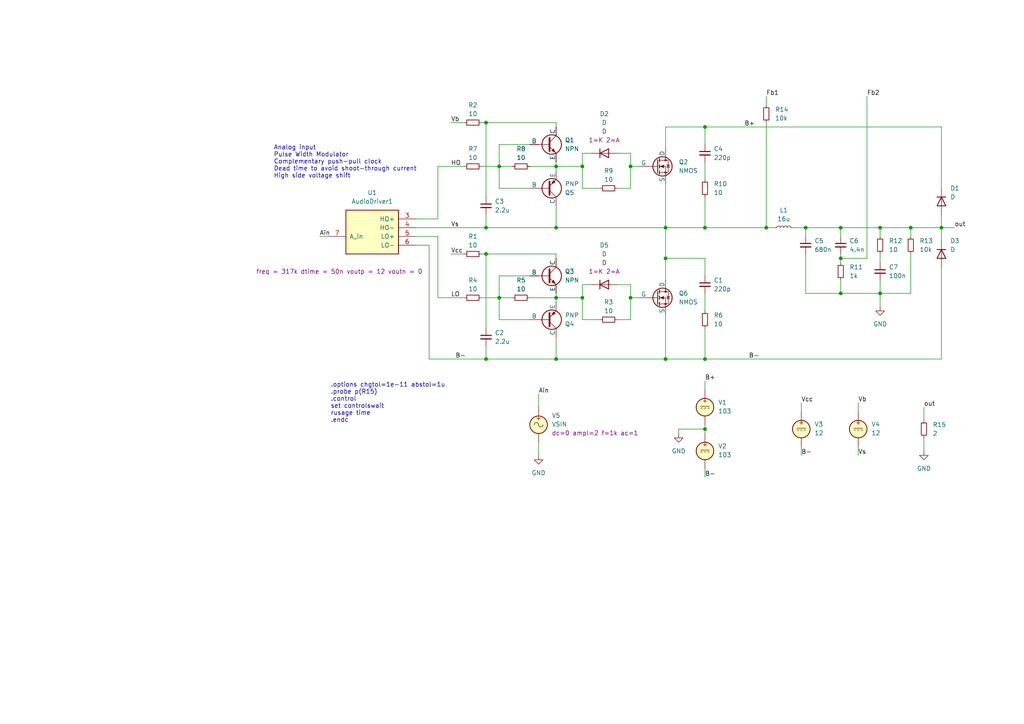
<source format=kicad_sch>
(kicad_sch (version 20241209) (generator "eeschema") (generator_version "9.0")
  (paper "A4")
  (title_block (title "2.5 kW Class-D Audio amplifier") (company "Holger Vogt") (comment 2 "REF_IRS2461S_5KW-UserManual-v01_00-EN.pdf") (comment 3 "https://www.infineon.com/dgdl/Infineon-Class_D_audio_reference_board_") (comment 4 "Circuit idea:"))
  (lib_symbols
    (symbol "AudioDriver:AudioDriver1" (pin_names (offset 1.016))
      (property "Reference" "U" (at -7.62 8.89 0))
      (property "Value" "AudioDriver1" (at -7.62 -8.89 0))
      (symbol "AudioDriver1_1_0"
        (pin input line (at -12.7 -2.54 0) (length 5.08) (name "A_in") (number "7"))
        (pin output line (at 12.7 2.54 180) (length 5.08) (name "HO+") (number "3"))
        (pin output line (at 12.7 0 180) (length 5.08) (name "HO-") (number "4"))
        (pin output line (at 12.7 -2.54 180) (length 5.08) (name "LO+") (number "5"))
        (pin output line (at 12.7 -5.08 180) (length 5.08) (name "LO-") (number "6"))
      )
      (symbol "AudioDriver1_1_1"
        (rectangle (start -7.62 5.08) (end 7.62 -7.62) (stroke (width 0.254)) (fill (type background)))
      )
    )
    (symbol "Device:C_Small" (pin_numbers (hide yes)) (pin_names (offset 0.254) (hide yes))
      (property "Reference" "C" (at 0.254 1.778 0))
      (property "Value" "C_Small" (at 0.254 -2.032 0))
      (symbol "C_Small_0_1"
        (polyline (pts (xy -1.524 0.508) (xy 1.524 0.508)) (stroke (width 0.3048)))
        (polyline (pts (xy -1.524 -0.508) (xy 1.524 -0.508)) (stroke (width 0.3302)))
      )
      (symbol "C_Small_1_1"
        (pin passive line (at 0 2.54 270) (length 2.032) (name "~") (number "1"))
        (pin passive line (at 0 -2.54 90) (length 2.032) (name "~") (number "2"))
      )
    )
    (symbol "Device:L_Small" (pin_numbers (hide yes)) (pin_names (offset 0.254) (hide yes))
      (property "Reference" "L" (at 0.762 1.016 0))
      (property "Value" "L_Small" (at 0.762 -1.016 0))
      (symbol "L_Small_0_1"
        (arc (start 0 2.032) (mid 0.5058 1.524) (end 0 1.016))
        (arc (start 0 1.016) (mid 0.5058 0.508) (end 0 0))
        (arc (start 0 0) (mid 0.5058 -0.508) (end 0 -1.016))
        (arc (start 0 -1.016) (mid 0.5058 -1.524) (end 0 -2.032))
      )
      (symbol "L_Small_1_1"
        (pin passive line (at 0 2.54 270) (length 0.508) (name "~") (number "1"))
        (pin passive line (at 0 -2.54 90) (length 0.508) (name "~") (number "2"))
      )
    )
    (symbol "Device:R_Small" (pin_numbers (hide yes)) (pin_names (offset 0.254) (hide yes))
      (property "Reference" "R" (at 0.762 0.508 0))
      (property "Value" "R_Small" (at 0.762 -1.016 0))
      (symbol "R_Small_0_1"
        (rectangle (start -0.762 1.778) (end 0.762 -1.778) (stroke (width 0.2032)))
      )
      (symbol "R_Small_1_1"
        (pin passive line (at 0 2.54 270) (length 0.762) (name "~") (number "1"))
        (pin passive line (at 0 -2.54 90) (length 0.762) (name "~") (number "2"))
      )
    )
    (symbol "Simulation_SPICE:D" (pin_numbers (hide yes)) (pin_names (offset 1.016) (hide yes))
      (property "Reference" "D" (at 0 2.54 0))
      (property "Value" "D" (at 0 -2.54 0))
      (property "Sim.Device" "D" (at 0 0 0))
      (property "Sim.Pins" "1=K 2=A" (at 0 0 0))
      (symbol "D_0_1"
        (polyline (pts (xy -1.27 1.27) (xy -1.27 -1.27)) (stroke (width 0.254)))
        (polyline (pts (xy 1.27 1.27) (xy 1.27 -1.27) (xy -1.27 0) (xy 1.27 1.27)) (stroke (width 0.254)))
        (polyline (pts (xy 1.27 0) (xy -1.27 0)))
      )
      (symbol "D_1_1"
        (pin passive line (at -3.81 0 0) (length 2.54) (name "K") (number "1"))
        (pin passive line (at 3.81 0 180) (length 2.54) (name "A") (number "2"))
      )
    )
    (symbol "Simulation_SPICE:NMOS" (pin_numbers (hide yes)) (pin_names (offset 0))
      (property "Reference" "Q" (at 5.08 1.27 0))
      (property "Value" "NMOS" (at 5.08 -1.27 0))
      (symbol "NMOS_0_1"
        (polyline (pts (xy 0.254 1.905) (xy 0.254 -1.905)) (stroke (width 0.254)))
        (polyline (pts (xy 0.254 0) (xy -2.54 0)))
        (polyline (pts (xy 0.762 2.286) (xy 0.762 1.27)) (stroke (width 0.254)))
        (polyline (pts (xy 0.762 0.508) (xy 0.762 -0.508)) (stroke (width 0.254)))
        (polyline (pts (xy 0.762 -1.27) (xy 0.762 -2.286)) (stroke (width 0.254)))
        (polyline (pts (xy 0.762 -1.778) (xy 3.302 -1.778) (xy 3.302 1.778) (xy 0.762 1.778)))
        (polyline (pts (xy 1.016 0) (xy 2.032 0.381) (xy 2.032 -0.381) (xy 1.016 0)) (fill (type outline)))
        (circle (center 1.651 0) (radius 2.794) (stroke (width 0.254)))
        (polyline (pts (xy 2.54 2.54) (xy 2.54 1.778)))
        (circle (center 2.54 1.778) (radius 0.254) (fill (type outline)))
        (circle (center 2.54 -1.778) (radius 0.254) (fill (type outline)))
        (polyline (pts (xy 2.54 -2.54) (xy 2.54 0) (xy 0.762 0)))
        (polyline (pts (xy 2.794 0.508) (xy 2.921 0.381) (xy 3.683 0.381) (xy 3.81 0.254)))
        (polyline (pts (xy 3.302 0.381) (xy 2.921 -0.254) (xy 3.683 -0.254) (xy 3.302 0.381)))
      )
      (symbol "NMOS_1_1"
        (pin input line (at -5.08 0 0) (length 2.54) (name "G") (number "2"))
        (pin passive line (at 2.54 5.08 270) (length 2.54) (name "D") (number "1"))
        (pin passive line (at 2.54 -5.08 90) (length 2.54) (name "S") (number "3"))
      )
    )
    (symbol "Simulation_SPICE:NPN" (pin_numbers (hide yes)) (pin_names (offset 0))
      (property "Reference" "Q" (at -2.54 7.62 0))
      (property "Value" "NPN" (at -2.54 5.08 0))
      (symbol "NPN_0_1"
        (polyline (pts (xy -2.54 0) (xy 0.635 0)) (stroke (width 0.1524)))
        (polyline (pts (xy 0.635 1.905) (xy 0.635 -1.905) (xy 0.635 -1.905)) (stroke (width 0.508)))
        (polyline (pts (xy 0.635 0.635) (xy 2.54 2.54)))
        (polyline (pts (xy 0.635 -0.635) (xy 2.54 -2.54) (xy 2.54 -2.54)))
        (circle (center 1.27 0) (radius 2.8194) (stroke (width 0.254)))
        (polyline (pts (xy 1.27 -1.778) (xy 1.778 -1.27) (xy 2.286 -2.286) (xy 1.27 -1.778) (xy 1.27 -1.778)) (fill (type outline)))
        (polyline (pts (xy 2.794 -1.27) (xy 2.794 -1.27)) (stroke (width 0.1524)))
        (polyline (pts (xy 2.794 -1.27) (xy 2.794 -1.27)) (stroke (width 0.1524)))
      )
      (symbol "NPN_1_1"
        (pin input line (at -5.08 0 0) (length 2.54) (name "B") (number "2"))
        (pin open_collector line (at 2.54 5.08 270) (length 2.54) (name "C") (number "1"))
        (pin open_emitter line (at 2.54 -5.08 90) (length 2.54) (name "E") (number "3"))
      )
    )
    (symbol "Simulation_SPICE:PNP" (pin_numbers (hide yes)) (pin_names (offset 0))
      (property "Reference" "Q" (at -2.54 7.62 0))
      (property "Value" "PNP" (at -2.54 5.08 0))
      (symbol "PNP_0_1"
        (polyline (pts (xy -2.54 0) (xy 0.635 0)) (stroke (width 0.1524)))
        (polyline (pts (xy 0.635 1.905) (xy 0.635 -1.905) (xy 0.635 -1.905)) (stroke (width 0.508)))
        (polyline (pts (xy 0.635 0.635) (xy 2.54 2.54)))
        (polyline (pts (xy 0.635 -0.635) (xy 2.54 -2.54) (xy 2.54 -2.54)))
        (circle (center 1.27 0) (radius 2.8194) (stroke (width 0.254)))
        (polyline (pts (xy 2.286 -1.778) (xy 1.778 -2.286) (xy 1.27 -1.27) (xy 2.286 -1.778) (xy 2.286 -1.778)) (fill (type outline)))
      )
      (symbol "PNP_1_1"
        (pin input line (at -5.08 0 0) (length 2.54) (name "B") (number "2"))
        (pin open_collector line (at 2.54 5.08 270) (length 2.54) (name "C") (number "1"))
        (pin open_emitter line (at 2.54 -5.08 90) (length 2.54) (name "E") (number "3"))
      )
    )
    (symbol "Simulation_SPICE:VDC" (pin_numbers (hide yes)) (pin_names (offset 0.0254))
      (property "Reference" "V" (at 2.54 2.54 0))
      (property "Value" "1" (at 2.54 0 0))
      (symbol "VDC_0_0"
        (polyline (pts (xy -1.27 0.254) (xy 1.27 0.254)))
        (polyline (pts (xy -0.762 -0.254) (xy -1.27 -0.254)))
        (polyline (pts (xy 0.254 -0.254) (xy -0.254 -0.254)))
        (polyline (pts (xy 1.27 -0.254) (xy 0.762 -0.254)))
        (text "+" (at 0 1.905 0) (effects (font (size 1.27 1.27))))
      )
      (symbol "VDC_0_1"
        (circle (center 0 0) (radius 2.54) (stroke (width 0.254)) (fill (type background)))
      )
      (symbol "VDC_1_1"
        (pin passive line (at 0 5.08 270) (length 2.54) (name "~") (number "1"))
        (pin passive line (at 0 -5.08 90) (length 2.54) (name "~") (number "2"))
      )
    )
    (symbol "Simulation_SPICE:VSIN" (pin_numbers (hide yes)) (pin_names (offset 0.0254))
      (property "Reference" "V" (at 2.54 2.54 0))
      (property "Value" "VSIN" (at 2.54 0 0))
      (property "Sim.Params" "dc=0 ampl=1 f=1k ac=1" (at 2.54 -2.54 0))
      (symbol "VSIN_0_0"
        (arc (start -1.27 0) (mid -0.635 0.6323) (end 0 0))
        (arc (start 1.27 0) (mid 0.635 -0.6323) (end 0 0))
        (text "+" (at 0 1.905 0) (effects (font (size 1.27 1.27))))
      )
      (symbol "VSIN_0_1"
        (circle (center 0 0) (radius 2.54) (stroke (width 0.254)) (fill (type background)))
      )
      (symbol "VSIN_1_1"
        (pin passive line (at 0 5.08 270) (length 2.54) (name "~") (number "1"))
        (pin passive line (at 0 -5.08 90) (length 2.54) (name "~") (number "2"))
      )
    )
    (symbol "power:GND" (power) (pin_names (offset 0))
      (property "Value" "GND" (at 0 -3.81 0))
      (symbol "GND_0_1"
        (polyline (pts (xy 0 0) (xy 0 -1.27) (xy 1.27 -1.27) (xy 0 -2.54) (xy -1.27 -1.27) (xy 0 -1.27)))
      )
      (symbol "GND_1_1"
        (pin power_in line (at 0 0 270) (length 0) (hide yes) (name "GND") (number "1"))
      )
    )
  )
  (text ".options chgtol=1e-11 abstol=1u \n.probe p(R15)\n.control\nset controlswait\nrusage time\n.endc\n" (at 95.885 116.84 0) (effects (font (size 1.27 1.27)) (justify left)))
  (text "Analog input\nPulse Width Modulator\nComplementary push-pull clock\nDead time to avoid shoot-through current\nHigh side voltage shift" (at 79.375 46.99 0) (effects (font (size 1.27 1.27)) (justify left)))
  (junction (at 182.88 86.36))
  (junction (at 140.97 66.04))
  (junction (at 168.91 86.36))
  (junction (at 161.29 86.36))
  (junction (at 193.04 66.04))
  (junction (at 193.04 74.93))
  (junction (at 144.78 48.26))
  (junction (at 204.47 66.04))
  (junction (at 193.04 104.14))
  (junction (at 243.84 85.09))
  (junction (at 144.78 86.36))
  (junction (at 161.29 104.14))
  (junction (at 182.88 48.26))
  (junction (at 243.84 66.04))
  (junction (at 204.47 124.46))
  (junction (at 161.29 48.26))
  (junction (at 204.47 104.14))
  (junction (at 255.27 66.04))
  (junction (at 273.05 66.04))
  (junction (at 168.91 48.26))
  (junction (at 255.27 85.09))
  (junction (at 140.97 104.14))
  (junction (at 140.97 73.66))
  (junction (at 264.16 66.04))
  (junction (at 233.68 66.04))
  (junction (at 222.25 66.04))
  (junction (at 204.47 36.83))
  (junction (at 140.97 35.56))
  (junction (at 243.84 74.93))
  (junction (at 161.29 66.04))
  (wire (pts (xy 144.78 41.91) (xy 144.78 48.26)))
  (wire (pts (xy 204.47 66.04) (xy 222.25 66.04)))
  (wire (pts (xy 193.04 66.04) (xy 161.29 66.04)))
  (wire (pts (xy 120.65 66.04) (xy 140.97 66.04)))
  (wire (pts (xy 179.07 92.71) (xy 182.88 92.71)))
  (wire (pts (xy 222.25 27.94) (xy 222.25 30.48)))
  (wire (pts (xy 196.85 125.73) (xy 196.85 124.46)))
  (wire (pts (xy 161.29 35.56) (xy 161.29 36.83)))
  (wire (pts (xy 233.68 66.04) (xy 233.68 68.58)))
  (wire (pts (xy 273.05 66.04) (xy 273.05 69.85)))
  (wire (pts (xy 264.16 85.09) (xy 255.27 85.09)))
  (wire (pts (xy 204.47 110.49) (xy 204.47 113.03)))
  (wire (pts (xy 144.78 86.36) (xy 144.78 92.71)))
  (wire (pts (xy 140.97 62.23) (xy 140.97 66.04)))
  (wire (pts (xy 182.88 86.36) (xy 185.42 86.36)))
  (wire (pts (xy 193.04 104.14) (xy 204.47 104.14)))
  (wire (pts (xy 193.04 53.34) (xy 193.04 66.04)))
  (wire (pts (xy 161.29 73.66) (xy 161.29 74.93)))
  (wire (pts (xy 182.88 44.45) (xy 179.07 44.45)))
  (wire (pts (xy 204.47 66.04) (xy 193.04 66.04)))
  (wire (pts (xy 193.04 43.18) (xy 193.04 36.83)))
  (wire (pts (xy 204.47 46.99) (xy 204.47 52.07)))
  (wire (pts (xy 127 86.36) (xy 134.62 86.36)))
  (wire (pts (xy 243.84 66.04) (xy 243.84 68.58)))
  (wire (pts (xy 222.25 35.56) (xy 222.25 66.04)))
  (wire (pts (xy 168.91 86.36) (xy 168.91 82.55)))
  (wire (pts (xy 232.41 116.84) (xy 232.41 119.38)))
  (wire (pts (xy 255.27 73.66) (xy 255.27 76.2)))
  (wire (pts (xy 204.47 36.83) (xy 204.47 41.91)))
  (wire (pts (xy 204.47 85.09) (xy 204.47 90.17)))
  (wire (pts (xy 193.04 36.83) (xy 204.47 36.83)))
  (wire (pts (xy 182.88 48.26) (xy 182.88 44.45)))
  (wire (pts (xy 144.78 48.26) (xy 144.78 54.61)))
  (wire (pts (xy 168.91 54.61) (xy 173.99 54.61)))
  (wire (pts (xy 264.16 66.04) (xy 264.16 68.58)))
  (wire (pts (xy 168.91 48.26) (xy 168.91 54.61)))
  (wire (pts (xy 161.29 48.26) (xy 168.91 48.26)))
  (wire (pts (xy 139.7 48.26) (xy 144.78 48.26)))
  (wire (pts (xy 182.88 92.71) (xy 182.88 86.36)))
  (wire (pts (xy 204.47 104.14) (xy 273.05 104.14)))
  (wire (pts (xy 161.29 86.36) (xy 168.91 86.36)))
  (wire (pts (xy 267.97 127) (xy 267.97 130.81)))
  (wire (pts (xy 193.04 74.93) (xy 204.47 74.93)))
  (wire (pts (xy 243.84 73.66) (xy 243.84 74.93)))
  (wire (pts (xy 140.97 35.56) (xy 140.97 57.15)))
  (wire (pts (xy 168.91 48.26) (xy 168.91 44.45)))
  (wire (pts (xy 144.78 48.26) (xy 148.59 48.26)))
  (wire (pts (xy 204.47 95.25) (xy 204.47 104.14)))
  (wire (pts (xy 248.92 116.84) (xy 248.92 119.38)))
  (wire (pts (xy 144.78 80.01) (xy 144.78 86.36)))
  (wire (pts (xy 140.97 100.33) (xy 140.97 104.14)))
  (wire (pts (xy 255.27 81.28) (xy 255.27 85.09)))
  (wire (pts (xy 140.97 104.14) (xy 161.29 104.14)))
  (wire (pts (xy 182.88 86.36) (xy 182.88 82.55)))
  (wire (pts (xy 168.91 86.36) (xy 168.91 92.71)))
  (wire (pts (xy 255.27 85.09) (xy 243.84 85.09)))
  (wire (pts (xy 233.68 66.04) (xy 243.84 66.04)))
  (wire (pts (xy 161.29 86.36) (xy 161.29 87.63)))
  (wire (pts (xy 144.78 86.36) (xy 148.59 86.36)))
  (wire (pts (xy 161.29 59.69) (xy 161.29 66.04)))
  (wire (pts (xy 204.47 57.15) (xy 204.47 66.04)))
  (wire (pts (xy 264.16 66.04) (xy 273.05 66.04)))
  (wire (pts (xy 161.29 46.99) (xy 161.29 48.26)))
  (wire (pts (xy 130.81 73.66) (xy 134.62 73.66)))
  (wire (pts (xy 204.47 123.19) (xy 204.47 124.46)))
  (wire (pts (xy 168.91 82.55) (xy 171.45 82.55)))
  (wire (pts (xy 124.46 71.12) (xy 124.46 104.14)))
  (wire (pts (xy 193.04 81.28) (xy 193.04 74.93)))
  (wire (pts (xy 153.67 48.26) (xy 161.29 48.26)))
  (wire (pts (xy 120.65 68.58) (xy 127 68.58)))
  (wire (pts (xy 168.91 92.71) (xy 173.99 92.71)))
  (wire (pts (xy 193.04 91.44) (xy 193.04 104.14)))
  (wire (pts (xy 161.29 48.26) (xy 161.29 49.53)))
  (wire (pts (xy 127 63.5) (xy 127 48.26)))
  (wire (pts (xy 243.84 85.09) (xy 243.84 81.28)))
  (wire (pts (xy 273.05 77.47) (xy 273.05 104.14)))
  (wire (pts (xy 140.97 66.04) (xy 161.29 66.04)))
  (wire (pts (xy 193.04 66.04) (xy 193.04 74.93)))
  (wire (pts (xy 153.67 80.01) (xy 144.78 80.01)))
  (wire (pts (xy 232.41 129.54) (xy 232.41 132.08)))
  (wire (pts (xy 233.68 73.66) (xy 233.68 85.09)))
  (wire (pts (xy 255.27 85.09) (xy 255.27 88.9)))
  (wire (pts (xy 229.87 66.04) (xy 233.68 66.04)))
  (wire (pts (xy 255.27 66.04) (xy 255.27 68.58)))
  (wire (pts (xy 130.81 35.56) (xy 134.62 35.56)))
  (wire (pts (xy 196.85 124.46) (xy 204.47 124.46)))
  (wire (pts (xy 153.67 86.36) (xy 161.29 86.36)))
  (wire (pts (xy 153.67 41.91) (xy 144.78 41.91)))
  (wire (pts (xy 139.7 86.36) (xy 144.78 86.36)))
  (wire (pts (xy 193.04 104.14) (xy 161.29 104.14)))
  (wire (pts (xy 161.29 97.79) (xy 161.29 104.14)))
  (wire (pts (xy 120.65 63.5) (xy 127 63.5)))
  (wire (pts (xy 182.88 48.26) (xy 185.42 48.26)))
  (wire (pts (xy 204.47 135.89) (xy 204.47 138.43)))
  (wire (pts (xy 233.68 85.09) (xy 243.84 85.09)))
  (wire (pts (xy 243.84 66.04) (xy 255.27 66.04)))
  (wire (pts (xy 243.84 74.93) (xy 243.84 76.2)))
  (wire (pts (xy 161.29 85.09) (xy 161.29 86.36)))
  (wire (pts (xy 273.05 36.83) (xy 273.05 54.61)))
  (wire (pts (xy 243.84 74.93) (xy 251.46 74.93)))
  (wire (pts (xy 168.91 44.45) (xy 171.45 44.45)))
  (wire (pts (xy 204.47 74.93) (xy 204.47 80.01)))
  (wire (pts (xy 140.97 35.56) (xy 161.29 35.56)))
  (wire (pts (xy 139.7 73.66) (xy 140.97 73.66)))
  (wire (pts (xy 124.46 104.14) (xy 140.97 104.14)))
  (wire (pts (xy 127 48.26) (xy 134.62 48.26)))
  (wire (pts (xy 144.78 54.61) (xy 153.67 54.61)))
  (wire (pts (xy 273.05 62.23) (xy 273.05 66.04)))
  (wire (pts (xy 204.47 124.46) (xy 204.47 125.73)))
  (wire (pts (xy 140.97 73.66) (xy 161.29 73.66)))
  (wire (pts (xy 144.78 92.71) (xy 153.67 92.71)))
  (wire (pts (xy 267.97 118.11) (xy 267.97 121.92)))
  (wire (pts (xy 139.7 35.56) (xy 140.97 35.56)))
  (wire (pts (xy 182.88 54.61) (xy 182.88 48.26)))
  (wire (pts (xy 251.46 27.94) (xy 251.46 74.93)))
  (wire (pts (xy 92.71 68.58) (xy 95.25 68.58)))
  (wire (pts (xy 156.21 114.3) (xy 156.21 118.11)))
  (wire (pts (xy 248.92 129.54) (xy 248.92 132.08)))
  (wire (pts (xy 179.07 54.61) (xy 182.88 54.61)))
  (wire (pts (xy 255.27 66.04) (xy 264.16 66.04)))
  (wire (pts (xy 273.05 66.04) (xy 276.86 66.04)))
  (wire (pts (xy 127 68.58) (xy 127 86.36)))
  (wire (pts (xy 140.97 73.66) (xy 140.97 95.25)))
  (wire (pts (xy 264.16 73.66) (xy 264.16 85.09)))
  (wire (pts (xy 222.25 66.04) (xy 224.79 66.04)))
  (wire (pts (xy 204.47 36.83) (xy 273.05 36.83)))
  (wire (pts (xy 156.21 128.27) (xy 156.21 132.08)))
  (wire (pts (xy 120.65 71.12) (xy 124.46 71.12)))
  (wire (pts (xy 182.88 82.55) (xy 179.07 82.55)))
  (label "B-" (at 204.47 138.43 0))
  (label "B+" (at 215.9 36.83 0))
  (label "Vs" (at 248.92 132.08 0))
  (label "out" (at 276.86 66.04 0))
  (label "B+" (at 204.47 110.49 0))
  (label "Ain" (at 156.21 114.3 0))
  (label "Vcc" (at 130.81 73.66 0))
  (label "Vb" (at 248.92 116.84 0))
  (label "Fb1" (at 222.25 27.94 0))
  (label "Vcc" (at 232.41 116.84 0))
  (label "HO" (at 130.81 48.26 0))
  (label "B-" (at 217.17 104.14 0))
  (label "LO" (at 130.81 86.36 0))
  (label "out" (at 267.97 118.11 0))
  (label "Vb" (at 130.81 35.56 0))
  (label "B-" (at 132.08 104.14 0))
  (label "Ain" (at 92.71 68.58 0))
  (label "B-" (at 232.41 132.08 0))
  (label "Fb2" (at 251.46 27.94 0))
  (label "Vs" (at 130.81 66.04 0))
  (symbol (lib_id "Device:R_Small") (at 267.97 124.46 180) (unit 1)
    (property "Reference" "R15" (at 270.51 123.1899 0) (effects (justify right)))
    (property "Value" "2" (at 270.51 125.7299 0) (effects (justify right)))
    (property "Description" "Resistor, small symbol" (effects (hide yes)))
  )
  (symbol (lib_id "Device:C_Small") (at 204.47 44.45 0) (unit 1)
    (property "Reference" "C4" (at 207.01 43.1862 0) (effects (justify left)))
    (property "Value" "220p" (at 207.01 45.7262 0) (effects (justify left)))
    (property "Description" "Unpolarized capacitor, small symbol" (effects (hide yes)))
  )
  (symbol (lib_id "Simulation_SPICE:VDC") (at 232.41 124.46 0) (unit 1)
    (property "Reference" "V3" (at 236.22 123.0601 0) (effects (justify left)))
    (property "Value" "12" (at 236.22 125.6001 0) (effects (justify left)))
    (property "Description" "Voltage source, DC" (effects (hide yes)))
    (property "Sim.Pins" "1=+ 2=-" (effects (hide yes)))
    (property "Sim.Type" "DC" (effects (hide yes)))
    (property "Sim.Device" "V" (effects (hide yes)))
  )
  (symbol (lib_id "Device:R_Small") (at 222.25 33.02 180) (unit 1)
    (property "Reference" "R14" (at 224.79 31.7499 0) (effects (justify right)))
    (property "Value" "10k" (at 224.79 34.2899 0) (effects (justify right)))
    (property "Description" "Resistor, small symbol" (effects (hide yes)))
  )
  (symbol (lib_id "Device:C_Small") (at 140.97 97.79 0) (unit 1)
    (property "Reference" "C2" (at 143.51 96.5262 0) (effects (justify left)))
    (property "Value" "2.2u" (at 143.51 99.0662 0) (effects (justify left)))
    (property "Description" "Unpolarized capacitor, small symbol" (effects (hide yes)))
  )
  (symbol (lib_id "Simulation_SPICE:PNP") (at 158.75 54.61 0) (mirror x) (unit 1)
    (property "Reference" "Q5" (at 163.83 55.8801 0) (effects (justify left)))
    (property "Value" "PNP" (at 163.83 53.3401 0) (effects (justify left)))
    (property "Description" "Bipolar transistor symbol for simulation only, substrate tied to the emitter" (effects (hide yes)))
    (property "Sim.Device" "PNP" (effects (hide yes)))
    (property "Sim.Type" "GUMMELPOON" (effects (hide yes)))
    (property "Sim.Pins" "1=C 2=B 3=E" (effects (hide yes)))
  )
  (symbol (lib_id "Simulation_SPICE:VDC") (at 204.47 130.81 0) (unit 1)
    (property "Reference" "V2" (at 208.28 129.4101 0) (effects (justify left)))
    (property "Value" "103" (at 208.28 131.9501 0) (effects (justify left)))
    (property "Description" "Voltage source, DC" (effects (hide yes)))
    (property "Sim.Pins" "1=+ 2=-" (effects (hide yes)))
    (property "Sim.Type" "DC" (effects (hide yes)))
    (property "Sim.Device" "V" (effects (hide yes)))
  )
  (symbol (lib_id "Device:C_Small") (at 255.27 78.74 0) (unit 1)
    (property "Reference" "C7" (at 257.81 77.4762 0) (effects (justify left)))
    (property "Value" "100n" (at 257.81 80.0162 0) (effects (justify left)))
    (property "Description" "Unpolarized capacitor, small symbol" (effects (hide yes)))
  )
  (symbol (lib_id "Device:C_Small") (at 140.97 59.69 0) (unit 1)
    (property "Reference" "C3" (at 143.51 58.4262 0) (effects (justify left)))
    (property "Value" "2.2u" (at 143.51 60.9662 0) (effects (justify left)))
    (property "Description" "Unpolarized capacitor, small symbol" (effects (hide yes)))
  )
  (symbol (lib_id "Device:R_Small") (at 204.47 92.71 180) (unit 1)
    (property "Reference" "R6" (at 207.01 91.4399 0) (effects (justify right)))
    (property "Value" "10" (at 207.01 93.9799 0) (effects (justify right)))
    (property "Description" "Resistor, small symbol" (effects (hide yes)))
  )
  (symbol (lib_id "Simulation_SPICE:PNP") (at 158.75 92.71 0) (mirror x) (unit 1)
    (property "Reference" "Q4" (at 163.83 93.9801 0) (effects (justify left)))
    (property "Value" "PNP" (at 163.83 91.4401 0) (effects (justify left)))
    (property "Description" "Bipolar transistor symbol for simulation only, substrate tied to the emitter" (effects (hide yes)))
    (property "Sim.Device" "PNP" (effects (hide yes)))
    (property "Sim.Type" "GUMMELPOON" (effects (hide yes)))
    (property "Sim.Pins" "1=C 2=B 3=E" (effects (hide yes)))
  )
  (symbol (lib_id "Simulation_SPICE:VDC") (at 204.47 118.11 0) (unit 1)
    (property "Reference" "V1" (at 208.28 116.7101 0) (effects (justify left)))
    (property "Value" "103" (at 208.28 119.2501 0) (effects (justify left)))
    (property "Description" "Voltage source, DC" (effects (hide yes)))
    (property "Sim.Pins" "1=+ 2=-" (effects (hide yes)))
    (property "Sim.Type" "DC" (effects (hide yes)))
    (property "Sim.Device" "V" (effects (hide yes)))
  )
  (symbol (lib_id "Device:R_Small") (at 264.16 71.12 180) (unit 1)
    (property "Reference" "R13" (at 266.7 69.8499 0) (effects (justify right)))
    (property "Value" "10k" (at 266.7 72.3899 0) (effects (justify right)))
    (property "Description" "Resistor, small symbol" (effects (hide yes)))
  )
  (symbol (lib_id "Simulation_SPICE:D") (at 175.26 44.45 0) (unit 1)
    (property "Reference" "D2" (at 175.26 33.02 0))
    (property "Value" "D" (at 175.26 35.56 0))
    (property "Description" "Diode for simulation or PCB" (effects (hide yes)))
    (property "Sim.Device" "D" (at 175.26 38.1 0))
    (property "Sim.Pins" "1=K 2=A" (at 175.26 40.64 0))
  )
  (symbol (lib_id "Device:R_Small") (at 137.16 48.26 270) (unit 1)
    (property "Reference" "R7" (at 137.16 43.18 90))
    (property "Value" "10" (at 137.16 45.72 90))
    (property "Description" "Resistor, small symbol" (effects (hide yes)))
  )
  (symbol (lib_id "Simulation_SPICE:VSIN") (at 156.21 123.19 0) (unit 1)
    (property "Reference" "V5" (at 160.02 120.5201 0) (effects (justify left)))
    (property "Value" "VSIN" (at 160.02 123.0601 0) (effects (justify left)))
    (property "Description" "Voltage source, sinusoidal" (effects (hide yes)))
    (property "Sim.Pins" "1=+ 2=-" (effects (hide yes)))
    (property "Sim.Params" "dc=0 ampl=2 f=1k ac=1" (at 160.02 125.6001 0) (effects (justify left)))
    (property "Sim.Type" "SIN" (effects (hide yes)))
    (property "Sim.Device" "V" (effects (hide yes)))
  )
  (symbol (lib_id "power:GND") (at 156.21 132.08 0) (unit 1)
    (property "Reference" "#PWR03" (effects (hide yes)))
    (property "Value" "GND" (at 156.21 137.16 0))
    (property "Description" "Power symbol creates a global label with name \"GND\" , ground" (effects (hide yes)))
  )
  (symbol (lib_id "Device:R_Small") (at 151.13 48.26 270) (unit 1)
    (property "Reference" "R8" (at 151.13 43.18 90))
    (property "Value" "10" (at 151.13 45.72 90))
    (property "Description" "Resistor, small symbol" (effects (hide yes)))
  )
  (symbol (lib_id "Device:R_Small") (at 137.16 73.66 270) (unit 1)
    (property "Reference" "R1" (at 137.16 68.58 90))
    (property "Value" "10" (at 137.16 71.12 90))
    (property "Description" "Resistor, small symbol" (effects (hide yes)))
  )
  (symbol (lib_id "Simulation_SPICE:D") (at 175.26 82.55 0) (unit 1)
    (property "Reference" "D5" (at 175.26 71.12 0))
    (property "Value" "D" (at 175.26 73.66 0))
    (property "Description" "Diode for simulation or PCB" (effects (hide yes)))
    (property "Sim.Device" "D" (at 175.26 76.2 0))
    (property "Sim.Pins" "1=K 2=A" (at 175.26 78.74 0))
  )
  (symbol (lib_id "Simulation_SPICE:NMOS") (at 190.5 48.26 0) (unit 1)
    (property "Reference" "Q2" (at 196.85 46.9899 0) (effects (justify left)))
    (property "Value" "NMOS" (at 196.85 49.5299 0) (effects (justify left)))
    (property "Datasheet" "https://ngspice.sourceforge.io/docs/ngspice-manual.pdf" (effects (hide yes)))
    (property "Description" "N-MOSFET transistor, drain/source/gate" (effects (hide yes)))
    (property "Sim.Device" "NMOS" (effects (hide yes)))
    (property "Sim.Type" "VDMOS" (effects (hide yes)))
    (property "Sim.Pins" "1=D 2=G 3=S" (effects (hide yes)))
  )
  (symbol (lib_id "Device:R_Small") (at 176.53 92.71 270) (unit 1)
    (property "Reference" "R3" (at 176.53 87.63 90))
    (property "Value" "10" (at 176.53 90.17 90))
    (property "Description" "Resistor, small symbol" (effects (hide yes)))
  )
  (symbol (lib_id "Device:R_Small") (at 204.47 54.61 180) (unit 1)
    (property "Reference" "R10" (at 207.01 53.3399 0) (effects (justify right)))
    (property "Value" "10" (at 207.01 55.8799 0) (effects (justify right)))
    (property "Description" "Resistor, small symbol" (effects (hide yes)))
  )
  (symbol (lib_id "Device:R_Small") (at 243.84 78.74 180) (unit 1)
    (property "Reference" "R11" (at 246.38 77.4699 0) (effects (justify right)))
    (property "Value" "1k" (at 246.38 80.0099 0) (effects (justify right)))
    (property "Description" "Resistor, small symbol" (effects (hide yes)))
  )
  (symbol (lib_id "Device:C_Small") (at 233.68 71.12 0) (unit 1)
    (property "Reference" "C5" (at 236.22 69.8562 0) (effects (justify left)))
    (property "Value" "680n" (at 236.22 72.3962 0) (effects (justify left)))
    (property "Description" "Unpolarized capacitor, small symbol" (effects (hide yes)))
  )
  (symbol (lib_id "Device:R_Small") (at 151.13 86.36 270) (unit 1)
    (property "Reference" "R5" (at 151.13 81.28 90))
    (property "Value" "10" (at 151.13 83.82 90))
    (property "Description" "Resistor, small symbol" (effects (hide yes)))
  )
  (symbol (lib_id "AudioDriver:AudioDriver1") (at 107.95 66.04 0) (unit 1)
    (property "Reference" "U1" (at 107.95 55.88 0))
    (property "Value" "AudioDriver1" (at 107.95 58.42 0))
    (property "Description" "Class D audio driver" (effects (hide yes)))
    (property "Sim.Library" "DAudioDriver.lib" (effects (hide yes)))
    (property "Sim.Name" "DAudioDriver" (effects (hide yes)))
    (property "Sim.Device" "SUBCKT" (effects (hide yes)))
    (property "Sim.Pins" "3=hi+ 4=hi- 5=lo+ 6=lo- 7=ain" (effects (hide yes)))
    (property "Sim.Params" "freq = 317k dtime = 50n voutp = 12 voutn = 0" (at 98.425 78.74 0))
  )
  (symbol (lib_id "Device:C_Small") (at 243.84 71.12 0) (unit 1)
    (property "Reference" "C6" (at 246.38 69.8562 0) (effects (justify left)))
    (property "Value" "4.4n" (at 246.38 72.3962 0) (effects (justify left)))
    (property "Description" "Unpolarized capacitor, small symbol" (effects (hide yes)))
  )
  (symbol (lib_id "Simulation_SPICE:NPN") (at 158.75 41.91 0) (unit 1)
    (property "Reference" "Q1" (at 163.83 40.6399 0) (effects (justify left)))
    (property "Value" "NPN" (at 163.83 43.1799 0) (effects (justify left)))
    (property "Description" "Bipolar transistor symbol for simulation only, substrate tied to the emitter" (effects (hide yes)))
    (property "Sim.Device" "NPN" (effects (hide yes)))
    (property "Sim.Type" "GUMMELPOON" (effects (hide yes)))
    (property "Sim.Pins" "1=C 2=B 3=E" (effects (hide yes)))
  )
  (symbol (lib_id "Simulation_SPICE:VDC") (at 248.92 124.46 0) (unit 1)
    (property "Reference" "V4" (at 252.73 123.0601 0) (effects (justify left)))
    (property "Value" "12" (at 252.73 125.6001 0) (effects (justify left)))
    (property "Description" "Voltage source, DC" (effects (hide yes)))
    (property "Sim.Pins" "1=+ 2=-" (effects (hide yes)))
    (property "Sim.Type" "DC" (effects (hide yes)))
    (property "Sim.Device" "V" (effects (hide yes)))
  )
  (symbol (lib_id "Simulation_SPICE:D") (at 273.05 73.66 270) (unit 1)
    (property "Reference" "D3" (at 275.59 69.8499 90) (effects (justify left)))
    (property "Value" "D" (at 275.59 72.3899 90) (effects (justify left)))
    (property "Description" "Diode for simulation or PCB" (effects (hide yes)))
    (property "Sim.Device" "D" (effects (hide yes)))
    (property "Sim.Pins" "1=K 2=A" (effects (hide yes)))
  )
  (symbol (lib_id "Device:R_Small") (at 255.27 71.12 180) (unit 1)
    (property "Reference" "R12" (at 257.81 69.8499 0) (effects (justify right)))
    (property "Value" "10" (at 257.81 72.3899 0) (effects (justify right)))
    (property "Description" "Resistor, small symbol" (effects (hide yes)))
  )
  (symbol (lib_id "power:GND") (at 267.97 130.81 0) (unit 1)
    (property "Reference" "#PWR04" (effects (hide yes)))
    (property "Value" "GND" (at 267.97 135.89 0))
    (property "Description" "Power symbol creates a global label with name \"GND\" , ground" (effects (hide yes)))
  )
  (symbol (lib_id "Device:R_Small") (at 176.53 54.61 270) (unit 1)
    (property "Reference" "R9" (at 176.53 49.53 90))
    (property "Value" "10" (at 176.53 52.07 90))
    (property "Description" "Resistor, small symbol" (effects (hide yes)))
  )
  (symbol (lib_id "power:GND") (at 196.85 125.73 0) (unit 1)
    (property "Reference" "#PWR02" (effects (hide yes)))
    (property "Value" "GND" (at 196.85 130.81 0))
    (property "Description" "Power symbol creates a global label with name \"GND\" , ground" (effects (hide yes)))
  )
  (symbol (lib_id "Device:L_Small") (at 227.33 66.04 90) (unit 1)
    (property "Reference" "L1" (at 227.33 60.96 90))
    (property "Value" "16u" (at 227.33 63.5 90))
    (property "Description" "Inductor, small symbol" (effects (hide yes)))
    (property "Sim.Device" "L" (effects (hide yes)))
    (property "Sim.Pins" "1=+ 2=-" (effects (hide yes)))
  )
  (symbol (lib_id "Device:R_Small") (at 137.16 35.56 270) (unit 1)
    (property "Reference" "R2" (at 137.16 30.48 90))
    (property "Value" "10" (at 137.16 33.02 90))
    (property "Description" "Resistor, small symbol" (effects (hide yes)))
  )
  (symbol (lib_id "Simulation_SPICE:D") (at 273.05 58.42 270) (unit 1)
    (property "Reference" "D1" (at 275.59 54.6099 90) (effects (justify left)))
    (property "Value" "D" (at 275.59 57.1499 90) (effects (justify left)))
    (property "Description" "Diode for simulation or PCB" (effects (hide yes)))
    (property "Sim.Device" "D" (effects (hide yes)))
    (property "Sim.Pins" "1=K 2=A" (effects (hide yes)))
  )
  (symbol (lib_id "Simulation_SPICE:NPN") (at 158.75 80.01 0) (unit 1)
    (property "Reference" "Q3" (at 163.83 78.7399 0) (effects (justify left)))
    (property "Value" "NPN" (at 163.83 81.2799 0) (effects (justify left)))
    (property "Description" "Bipolar transistor symbol for simulation only, substrate tied to the emitter" (effects (hide yes)))
    (property "Sim.Device" "NPN" (effects (hide yes)))
    (property "Sim.Type" "GUMMELPOON" (effects (hide yes)))
    (property "Sim.Pins" "1=C 2=B 3=E" (effects (hide yes)))
  )
  (symbol (lib_id "power:GND") (at 255.27 88.9 0) (unit 1)
    (property "Reference" "#PWR01" (effects (hide yes)))
    (property "Value" "GND" (at 255.27 93.98 0))
    (property "Description" "Power symbol creates a global label with name \"GND\" , ground" (effects (hide yes)))
  )
  (symbol (lib_id "Device:C_Small") (at 204.47 82.55 0) (unit 1)
    (property "Reference" "C1" (at 207.01 81.2862 0) (effects (justify left)))
    (property "Value" "220p" (at 207.01 83.8262 0) (effects (justify left)))
    (property "Description" "Unpolarized capacitor, small symbol" (effects (hide yes)))
  )
  (symbol (lib_id "Simulation_SPICE:NMOS") (at 190.5 86.36 0) (unit 1)
    (property "Reference" "Q6" (at 196.85 85.0899 0) (effects (justify left)))
    (property "Value" "NMOS" (at 196.85 87.6299 0) (effects (justify left)))
    (property "Datasheet" "https://ngspice.sourceforge.io/docs/ngspice-manual.pdf" (effects (hide yes)))
    (property "Description" "N-MOSFET transistor, drain/source/gate" (effects (hide yes)))
    (property "Sim.Device" "NMOS" (effects (hide yes)))
    (property "Sim.Type" "VDMOS" (effects (hide yes)))
    (property "Sim.Pins" "1=D 2=G 3=S" (effects (hide yes)))
  )
  (symbol (lib_id "Device:R_Small") (at 137.16 86.36 270) (unit 1)
    (property "Reference" "R4" (at 137.16 81.28 90))
    (property "Value" "10" (at 137.16 83.82 90))
    (property "Description" "Resistor, small symbol" (effects (hide yes)))
  )
)
</source>
